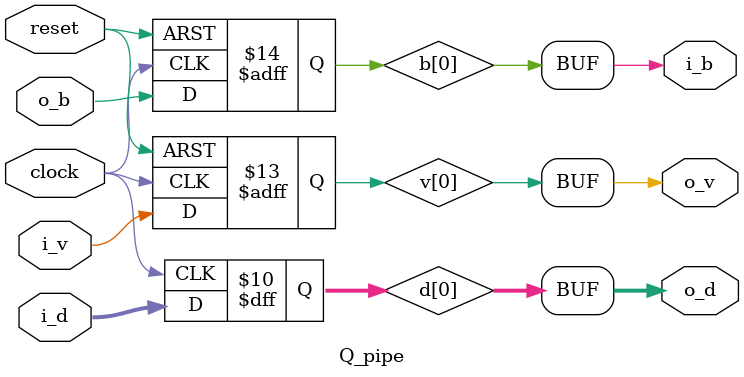
<source format=v>


`ifdef  Q_pipe
`else
`define Q_pipe


module Q_pipe (clock, reset, i_d, i_v, i_b, o_d, o_v, o_b);

   parameter depth =  1;    // - greatest #items in queue  (1 <= depth <= 256)
   parameter width = 16;    // - width of data (i_d, o_d)

   parameter addrwidth = 8;

   /*   
   parameter addrwidth =
		(  (((depth))     ==0) ? 0	// - depth==0   LOG2=0
		 : (((depth-1)>>0)==0) ? 0	// - depth<=1   LOG2=0
		 : (((depth-1)>>1)==0) ? 1	// - depth<=2   LOG2=1
		 : (((depth-1)>>2)==0) ? 2	// - depth<=4   LOG2=2
		 : (((depth-1)>>3)==0) ? 3	// - depth<=8   LOG2=3
		 : (((depth-1)>>4)==0) ? 4	// - depth<=16  LOG2=4
		 : (((depth-1)>>5)==0) ? 5	// - depth<=32  LOG2=5
		 : (((depth-1)>>6)==0) ? 6	// - depth<=64  LOG2=6
		 : (((depth-1)>>7)==0) ? 7	// - depth<=128 LOG2=7
		 :                       8)	// - depth<=256 LOG2=8
		 ;
   */
   
   input     clock;
   input     reset;
   
   input  [width-1:0] i_d;	// - input  stream data (concat data + eos)
   input              i_v;	// - input  stream valid
   output             i_b;	// - input  stream back-pressure

   output [width-1:0] o_d;	// - output stream data (concat data + eos)
   output             o_v;	// - output stream valid
   input              o_b;	// - output stream back-pressure

   reg 	  signed [addrwidth:0] i_, j_, k_;	// - stage indexes
   reg			       b [depth-1:0]	// - stage backpressure
			         /* synthesis syn_srlstyle="registers" */
			         /* synthesis syn_allow_retiming=1     */ ;
   reg 			       v [depth-1:0]	// - stage valid bit
			         /* synthesis syn_srlstyle="registers" */
			         /* synthesis syn_allow_retiming=1     */ ;
   reg           [width-1:0]   d [depth-1:0]	// - stage data
			         /* synthesis syn_srlstyle="registers" */
			         /* synthesis syn_allow_retiming=1     */ ;

   assign o_d = d[depth-1];			// - output data,  last  stage
   assign o_v = v[depth-1];			// - output valid, last  stage
   assign i_b = b[0];				// - input  bp,    first stage

   always @(posedge clock or negedge reset) begin	// - seq always: v, b
      if (!reset) begin
	 // synthesis loop_limit 256
	 for (i_=depth-1; i_>=0; i_=i_-1) begin
	    v[i_] <= 0;
	 end
	 for (j_=0; j_<=depth-1; j_=j_+1) begin
	    b[j_] <= 1;
	 end
      end
      else begin
	 // synthesis loop_limit 256
	 for (i_=depth-1; i_>0; i_=i_-1) begin
	    v[i_] <= v[i_-1];
	 end
	 v[0] <= i_v;
	 // synthesis loop_limit 256
	 for (j_=0; j_<depth-1; j_=j_+1) begin
	    b[j_] <= b[j_+1];
	 end
	 b[depth-1] <= o_b;
      end
   end // always @ (posedge clock or negedge reset)

   always @(posedge clock) begin			// - seq always: d
      // - no reset for d[] or b[] -- undefined on reset
      // synthesis loop_limit 256
      for (k_=depth-1; k_>0; k_=k_-1) begin
	 d[k_] <= d[k_-1];
      end
      d[0] <= i_d;
   end // always @ (posedge clock)
      
endmodule // Q_pipe


`endif  // `ifdef  Q_pipe

</source>
